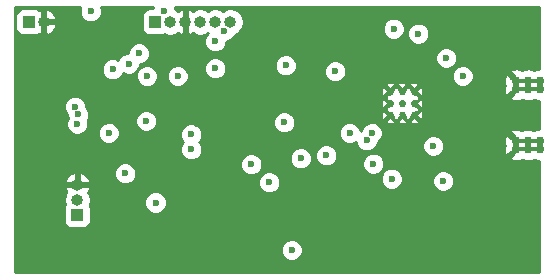
<source format=gbr>
G04 #@! TF.FileFunction,Copper,L2,Inr,Plane*
%FSLAX46Y46*%
G04 Gerber Fmt 4.6, Leading zero omitted, Abs format (unit mm)*
G04 Created by KiCad (PCBNEW 4.0.6) date Mon Mar 20 23:38:24 2017*
%MOMM*%
%LPD*%
G01*
G04 APERTURE LIST*
%ADD10C,0.100000*%
%ADD11C,0.762000*%
%ADD12C,0.300000*%
%ADD13R,1.000000X1.000000*%
%ADD14O,1.000000X1.000000*%
%ADD15C,0.600000*%
%ADD16C,0.305000*%
%ADD17C,0.304800*%
%ADD18C,0.254000*%
G04 APERTURE END LIST*
D10*
D11*
X11601000Y1448160D03*
X11601000Y2148160D03*
X10601000Y1448160D03*
X9601000Y1448160D03*
X9601000Y2148160D03*
X10601000Y2148160D03*
X11601000Y-2951840D03*
X10601000Y-2951840D03*
X9601000Y-2951840D03*
X9601000Y-3651840D03*
X10601000Y-3651840D03*
X11601000Y-3651840D03*
D12*
X-50800Y228600D03*
X949200Y228600D03*
X949200Y-771400D03*
X-50800Y-771400D03*
X-1050800Y-771400D03*
X-1050800Y1228600D03*
X-50800Y1228600D03*
X949200Y1228600D03*
X-1050800Y228600D03*
D13*
X-31648400Y7112000D03*
D14*
X-30378400Y7112000D03*
D13*
X-20955000Y7112000D03*
D14*
X-19685000Y7112000D03*
X-18415000Y7112000D03*
X-17145000Y7112000D03*
X-15875000Y7112000D03*
X-14605000Y7112000D03*
D13*
X-27559000Y-9220200D03*
D14*
X-27559000Y-7950200D03*
X-27559000Y-6680200D03*
D15*
X7239000Y-1778000D03*
X7239000Y381000D03*
X-25019000Y-13335000D03*
X-3149600Y4661000D03*
X-9017000Y2540000D03*
X8890000Y-11303000D03*
X-24297062Y1691062D03*
X-26416000Y6604000D03*
X-24003000Y-4572000D03*
X-10160000Y-5080000D03*
X-9144000Y-254000D03*
X-8001000Y-1397000D03*
X-2565400Y2768600D03*
X-28676600Y6273800D03*
X-5715000Y2921000D03*
X-26416000Y8001000D03*
X-10033000Y-1397000D03*
X-9906000Y3429000D03*
X-8636000Y-4445000D03*
X3683000Y4064000D03*
X5080000Y2540000D03*
X-23495000Y-5715000D03*
X-24892000Y-2286000D03*
X-22326600Y4445000D03*
X-9398000Y-12192000D03*
X-20928260Y-8178800D03*
X-762000Y6527800D03*
X3429000Y-6350000D03*
X-2489200Y-4902200D03*
X-939800Y-6172200D03*
X1320800Y6121400D03*
X2590800Y-3403600D03*
X-17907000Y-3683000D03*
X-17907000Y-2413000D03*
X-15875000Y3175000D03*
X-15875000Y5461000D03*
X-27752647Y-63567D03*
X-24561800Y3098800D03*
X-23190200Y3581400D03*
X-27482800Y-711200D03*
X-21717000Y-1270000D03*
X-27559000Y-1524000D03*
X-15113000Y6350000D03*
X-19050000Y2540000D03*
X-4495800Y-2286000D03*
X-2616200Y-2286000D03*
X-6477000Y-4191000D03*
X-3048000Y-2921000D03*
X-20193000Y8077200D03*
X-21640800Y2514600D03*
X-11303000Y-6477000D03*
X-12827000Y-4953000D03*
D16*
X7620000Y-2159000D02*
X8763000Y-2159000D01*
X7239000Y-1778000D02*
X7620000Y-2159000D01*
X8787840Y635000D02*
X8914840Y762000D01*
X7493000Y635000D02*
X8787840Y635000D01*
X7239000Y381000D02*
X7493000Y635000D01*
X-3175000Y4686400D02*
X-3175000Y4699000D01*
X-3149600Y4661000D02*
X-3175000Y4686400D01*
X-3048000Y4559400D02*
X-3048000Y4572000D01*
D17*
X11601000Y2148160D02*
X11601000Y1448160D01*
X10601000Y2148160D02*
X10601000Y1448160D01*
X10601000Y-2951840D02*
X10601000Y-3651840D01*
X11601000Y-3651840D02*
X11601000Y-2951840D01*
X10601000Y-3651840D02*
X11601000Y-3651840D01*
X9601000Y-3651840D02*
X10601000Y-3651840D01*
X10601000Y-2951840D02*
X11601000Y-2951840D01*
X9601000Y-2951840D02*
X10601000Y-2951840D01*
X9601000Y-2951840D02*
X8935160Y-2286000D01*
X8935160Y-2286000D02*
X8890000Y-2286000D01*
X9601000Y-3651840D02*
X9061840Y-4191000D01*
X9061840Y-4191000D02*
X8890000Y-4191000D01*
X9601000Y-2951840D02*
X9601000Y-3651840D01*
X9271000Y-2667000D02*
X9555840Y-2951840D01*
X9555840Y-2951840D02*
X9601000Y-2951840D01*
X10601000Y1448160D02*
X11601000Y1448160D01*
X9601000Y1448160D02*
X10601000Y1448160D01*
X9601000Y1448160D02*
X8914840Y762000D01*
X8914840Y762000D02*
X8890000Y762000D01*
X9601000Y2148160D02*
X9601000Y1448160D01*
X9601000Y2148160D02*
X8955160Y2794000D01*
X8955160Y2794000D02*
X8890000Y2794000D01*
X10601000Y2148160D02*
X11601000Y2148160D01*
X9601000Y2148160D02*
X10601000Y2148160D01*
D18*
G36*
X-27350838Y8187799D02*
X-27351162Y7815833D01*
X-27209117Y7472057D01*
X-26946327Y7208808D01*
X-26602799Y7066162D01*
X-26230833Y7065838D01*
X-25887057Y7207883D01*
X-25623808Y7470673D01*
X-25481162Y7814201D01*
X-25480838Y8186167D01*
X-25541095Y8332000D01*
X-21099601Y8332000D01*
X-21127838Y8263999D01*
X-21127842Y8259440D01*
X-21455000Y8259440D01*
X-21690317Y8215162D01*
X-21906441Y8076090D01*
X-22051431Y7863890D01*
X-22102440Y7612000D01*
X-22102440Y6612000D01*
X-22058162Y6376683D01*
X-21919090Y6160559D01*
X-21706890Y6015569D01*
X-21455000Y5964560D01*
X-20455000Y5964560D01*
X-20219683Y6008838D01*
X-20143927Y6057586D01*
X-20119346Y6041161D01*
X-19685000Y5954764D01*
X-19250654Y6041161D01*
X-19040696Y6181451D01*
X-18975209Y6124873D01*
X-18716874Y6017881D01*
X-18542000Y6144046D01*
X-18542000Y6985000D01*
X-18562000Y6985000D01*
X-18562000Y7029436D01*
X-18550000Y7089764D01*
X-18550000Y7134236D01*
X-18562000Y7194564D01*
X-18562000Y7239000D01*
X-18542000Y7239000D01*
X-18542000Y8079954D01*
X-18288000Y8079954D01*
X-18288000Y7239000D01*
X-18268000Y7239000D01*
X-18268000Y7194564D01*
X-18280000Y7134236D01*
X-18280000Y7089764D01*
X-18268000Y7029436D01*
X-18268000Y6985000D01*
X-18288000Y6985000D01*
X-18288000Y6144046D01*
X-18113126Y6017881D01*
X-17854791Y6124873D01*
X-17789304Y6181451D01*
X-17579346Y6041161D01*
X-17145000Y5954764D01*
X-16710654Y6041161D01*
X-16510000Y6175234D01*
X-16493804Y6164412D01*
X-16667192Y5991327D01*
X-16809838Y5647799D01*
X-16810162Y5275833D01*
X-16668117Y4932057D01*
X-16405327Y4668808D01*
X-16061799Y4526162D01*
X-15689833Y4525838D01*
X-15346057Y4667883D01*
X-15082808Y4930673D01*
X-14940162Y5274201D01*
X-14940039Y5414849D01*
X-14927833Y5414838D01*
X-14584057Y5556883D01*
X-14320808Y5819673D01*
X-14234076Y6028546D01*
X-14170654Y6041161D01*
X-13802434Y6287198D01*
X-13765394Y6342633D01*
X-1697162Y6342633D01*
X-1555117Y5998857D01*
X-1292327Y5735608D01*
X-948799Y5592962D01*
X-576833Y5592638D01*
X-233057Y5734683D01*
X-31155Y5936233D01*
X385638Y5936233D01*
X527683Y5592457D01*
X790473Y5329208D01*
X1134001Y5186562D01*
X1505967Y5186238D01*
X1849743Y5328283D01*
X2112992Y5591073D01*
X2255638Y5934601D01*
X2255962Y6306567D01*
X2113917Y6650343D01*
X1851127Y6913592D01*
X1507599Y7056238D01*
X1135633Y7056562D01*
X791857Y6914517D01*
X528608Y6651727D01*
X385962Y6308199D01*
X385638Y5936233D01*
X-31155Y5936233D01*
X30192Y5997473D01*
X172838Y6341001D01*
X173162Y6712967D01*
X31117Y7056743D01*
X-231673Y7319992D01*
X-575201Y7462638D01*
X-947167Y7462962D01*
X-1290943Y7320917D01*
X-1554192Y7058127D01*
X-1696838Y6714599D01*
X-1697162Y6342633D01*
X-13765394Y6342633D01*
X-13556397Y6655418D01*
X-13470000Y7089764D01*
X-13470000Y7134236D01*
X-13556397Y7568582D01*
X-13802434Y7936802D01*
X-14170654Y8182839D01*
X-14605000Y8269236D01*
X-15039346Y8182839D01*
X-15240000Y8048766D01*
X-15440654Y8182839D01*
X-15875000Y8269236D01*
X-16309346Y8182839D01*
X-16510000Y8048766D01*
X-16710654Y8182839D01*
X-17145000Y8269236D01*
X-17579346Y8182839D01*
X-17789304Y8042549D01*
X-17854791Y8099127D01*
X-18113126Y8206119D01*
X-18288000Y8079954D01*
X-18542000Y8079954D01*
X-18716874Y8206119D01*
X-18975209Y8099127D01*
X-19040696Y8042549D01*
X-19250654Y8182839D01*
X-19257906Y8184282D01*
X-19257838Y8262367D01*
X-19286610Y8332000D01*
X11507000Y8332000D01*
X11507000Y3159844D01*
X11314735Y3143725D01*
X11100799Y3055111D01*
X10717512Y3177492D01*
X10314735Y3143725D01*
X10100799Y3055111D01*
X9717512Y3177492D01*
X9314735Y3143725D01*
X9099448Y3054551D01*
X9077096Y2851669D01*
X9471867Y2456898D01*
X9314735Y2443725D01*
X9181159Y2388396D01*
X8897491Y2672064D01*
X8694609Y2649712D01*
X8571668Y2264672D01*
X8605435Y1861895D01*
X8639958Y1778549D01*
X8571668Y1564672D01*
X8605435Y1161895D01*
X8694609Y946608D01*
X8897491Y924256D01*
X9187037Y1213802D01*
X9459312Y1126867D01*
X9077096Y744651D01*
X9099448Y541769D01*
X9484488Y418828D01*
X9887265Y452595D01*
X10101201Y541209D01*
X10484488Y418828D01*
X10887265Y452595D01*
X11101201Y541209D01*
X11484488Y418828D01*
X11507000Y420715D01*
X11507000Y-1940156D01*
X11314735Y-1956275D01*
X11100799Y-2044889D01*
X10717512Y-1922508D01*
X10314735Y-1956275D01*
X10100799Y-2044889D01*
X9717512Y-1922508D01*
X9314735Y-1956275D01*
X9099448Y-2045449D01*
X9077096Y-2248331D01*
X9471867Y-2643102D01*
X9314735Y-2656275D01*
X9181159Y-2711604D01*
X8897491Y-2427936D01*
X8694609Y-2450288D01*
X8571668Y-2835328D01*
X8605435Y-3238105D01*
X8639958Y-3321451D01*
X8571668Y-3535328D01*
X8605435Y-3938105D01*
X8694609Y-4153392D01*
X8897491Y-4175744D01*
X9187037Y-3886198D01*
X9459312Y-3973133D01*
X9077096Y-4355349D01*
X9099448Y-4558231D01*
X9484488Y-4681172D01*
X9887265Y-4647405D01*
X10101201Y-4558791D01*
X10484488Y-4681172D01*
X10887265Y-4647405D01*
X11101201Y-4558791D01*
X11484488Y-4681172D01*
X11507000Y-4679285D01*
X11507000Y-14047000D01*
X-32843000Y-14047000D01*
X-32843000Y-12377167D01*
X-10333162Y-12377167D01*
X-10191117Y-12720943D01*
X-9928327Y-12984192D01*
X-9584799Y-13126838D01*
X-9212833Y-13127162D01*
X-8869057Y-12985117D01*
X-8605808Y-12722327D01*
X-8463162Y-12378799D01*
X-8462838Y-12006833D01*
X-8604883Y-11663057D01*
X-8867673Y-11399808D01*
X-9211201Y-11257162D01*
X-9583167Y-11256838D01*
X-9926943Y-11398883D01*
X-10190192Y-11661673D01*
X-10332838Y-12005201D01*
X-10333162Y-12377167D01*
X-32843000Y-12377167D01*
X-32843000Y-7950200D01*
X-28716236Y-7950200D01*
X-28629839Y-8384546D01*
X-28614195Y-8407959D01*
X-28655431Y-8468310D01*
X-28706440Y-8720200D01*
X-28706440Y-9720200D01*
X-28662162Y-9955517D01*
X-28523090Y-10171641D01*
X-28310890Y-10316631D01*
X-28059000Y-10367640D01*
X-27059000Y-10367640D01*
X-26823683Y-10323362D01*
X-26607559Y-10184290D01*
X-26462569Y-9972090D01*
X-26411560Y-9720200D01*
X-26411560Y-8720200D01*
X-26455838Y-8484883D01*
X-26504586Y-8409127D01*
X-26488161Y-8384546D01*
X-26484068Y-8363967D01*
X-21863422Y-8363967D01*
X-21721377Y-8707743D01*
X-21458587Y-8970992D01*
X-21115059Y-9113638D01*
X-20743093Y-9113962D01*
X-20399317Y-8971917D01*
X-20136068Y-8709127D01*
X-19993422Y-8365599D01*
X-19993098Y-7993633D01*
X-20135143Y-7649857D01*
X-20397933Y-7386608D01*
X-20741461Y-7243962D01*
X-21113427Y-7243638D01*
X-21457203Y-7385683D01*
X-21720452Y-7648473D01*
X-21863098Y-7992001D01*
X-21863422Y-8363967D01*
X-26484068Y-8363967D01*
X-26401764Y-7950200D01*
X-26488161Y-7515854D01*
X-26628451Y-7305896D01*
X-26571873Y-7240409D01*
X-26464881Y-6982074D01*
X-26591046Y-6807200D01*
X-27432000Y-6807200D01*
X-27432000Y-6827200D01*
X-27476436Y-6827200D01*
X-27536764Y-6815200D01*
X-27581236Y-6815200D01*
X-27641564Y-6827200D01*
X-27686000Y-6827200D01*
X-27686000Y-6807200D01*
X-28526954Y-6807200D01*
X-28653119Y-6982074D01*
X-28546127Y-7240409D01*
X-28489549Y-7305896D01*
X-28629839Y-7515854D01*
X-28716236Y-7950200D01*
X-32843000Y-7950200D01*
X-32843000Y-6662167D01*
X-12238162Y-6662167D01*
X-12096117Y-7005943D01*
X-11833327Y-7269192D01*
X-11489799Y-7411838D01*
X-11117833Y-7412162D01*
X-10774057Y-7270117D01*
X-10510808Y-7007327D01*
X-10368162Y-6663799D01*
X-10367896Y-6357367D01*
X-1874962Y-6357367D01*
X-1732917Y-6701143D01*
X-1470127Y-6964392D01*
X-1126599Y-7107038D01*
X-754633Y-7107362D01*
X-410857Y-6965317D01*
X-147608Y-6702527D01*
X-78114Y-6535167D01*
X2493838Y-6535167D01*
X2635883Y-6878943D01*
X2898673Y-7142192D01*
X3242201Y-7284838D01*
X3614167Y-7285162D01*
X3957943Y-7143117D01*
X4221192Y-6880327D01*
X4363838Y-6536799D01*
X4364162Y-6164833D01*
X4222117Y-5821057D01*
X3959327Y-5557808D01*
X3615799Y-5415162D01*
X3243833Y-5414838D01*
X2900057Y-5556883D01*
X2636808Y-5819673D01*
X2494162Y-6163201D01*
X2493838Y-6535167D01*
X-78114Y-6535167D01*
X-4962Y-6358999D01*
X-4638Y-5987033D01*
X-146683Y-5643257D01*
X-409473Y-5380008D01*
X-753001Y-5237362D01*
X-1124967Y-5237038D01*
X-1468743Y-5379083D01*
X-1731992Y-5641873D01*
X-1874638Y-5985401D01*
X-1874962Y-6357367D01*
X-10367896Y-6357367D01*
X-10367838Y-6291833D01*
X-10509883Y-5948057D01*
X-10772673Y-5684808D01*
X-11116201Y-5542162D01*
X-11488167Y-5541838D01*
X-11831943Y-5683883D01*
X-12095192Y-5946673D01*
X-12237838Y-6290201D01*
X-12238162Y-6662167D01*
X-32843000Y-6662167D01*
X-32843000Y-6378326D01*
X-28653119Y-6378326D01*
X-28526954Y-6553200D01*
X-27686000Y-6553200D01*
X-27686000Y-5711065D01*
X-27432000Y-5711065D01*
X-27432000Y-6553200D01*
X-26591046Y-6553200D01*
X-26464881Y-6378326D01*
X-26571873Y-6119991D01*
X-26761790Y-5900167D01*
X-24430162Y-5900167D01*
X-24288117Y-6243943D01*
X-24025327Y-6507192D01*
X-23681799Y-6649838D01*
X-23309833Y-6650162D01*
X-22966057Y-6508117D01*
X-22702808Y-6245327D01*
X-22560162Y-5901799D01*
X-22559838Y-5529833D01*
X-22701883Y-5186057D01*
X-22749689Y-5138167D01*
X-13762162Y-5138167D01*
X-13620117Y-5481943D01*
X-13357327Y-5745192D01*
X-13013799Y-5887838D01*
X-12641833Y-5888162D01*
X-12298057Y-5746117D01*
X-12034808Y-5483327D01*
X-11892162Y-5139799D01*
X-11891838Y-4767833D01*
X-11948720Y-4630167D01*
X-9571162Y-4630167D01*
X-9429117Y-4973943D01*
X-9166327Y-5237192D01*
X-8822799Y-5379838D01*
X-8450833Y-5380162D01*
X-8107057Y-5238117D01*
X-7843808Y-4975327D01*
X-7701162Y-4631799D01*
X-7700940Y-4376167D01*
X-7412162Y-4376167D01*
X-7270117Y-4719943D01*
X-7007327Y-4983192D01*
X-6663799Y-5125838D01*
X-6291833Y-5126162D01*
X-6197942Y-5087367D01*
X-3424362Y-5087367D01*
X-3282317Y-5431143D01*
X-3019527Y-5694392D01*
X-2675999Y-5837038D01*
X-2304033Y-5837362D01*
X-1960257Y-5695317D01*
X-1697008Y-5432527D01*
X-1554362Y-5088999D01*
X-1554038Y-4717033D01*
X-1696083Y-4373257D01*
X-1958873Y-4110008D01*
X-2302401Y-3967362D01*
X-2674367Y-3967038D01*
X-3018143Y-4109083D01*
X-3281392Y-4371873D01*
X-3424038Y-4715401D01*
X-3424362Y-5087367D01*
X-6197942Y-5087367D01*
X-5948057Y-4984117D01*
X-5684808Y-4721327D01*
X-5542162Y-4377799D01*
X-5541838Y-4005833D01*
X-5683883Y-3662057D01*
X-5946673Y-3398808D01*
X-6290201Y-3256162D01*
X-6662167Y-3255838D01*
X-7005943Y-3397883D01*
X-7269192Y-3660673D01*
X-7411838Y-4004201D01*
X-7412162Y-4376167D01*
X-7700940Y-4376167D01*
X-7700838Y-4259833D01*
X-7842883Y-3916057D01*
X-8105673Y-3652808D01*
X-8449201Y-3510162D01*
X-8821167Y-3509838D01*
X-9164943Y-3651883D01*
X-9428192Y-3914673D01*
X-9570838Y-4258201D01*
X-9571162Y-4630167D01*
X-11948720Y-4630167D01*
X-12033883Y-4424057D01*
X-12296673Y-4160808D01*
X-12640201Y-4018162D01*
X-13012167Y-4017838D01*
X-13355943Y-4159883D01*
X-13619192Y-4422673D01*
X-13761838Y-4766201D01*
X-13762162Y-5138167D01*
X-22749689Y-5138167D01*
X-22964673Y-4922808D01*
X-23308201Y-4780162D01*
X-23680167Y-4779838D01*
X-24023943Y-4921883D01*
X-24287192Y-5184673D01*
X-24429838Y-5528201D01*
X-24430162Y-5900167D01*
X-26761790Y-5900167D01*
X-26861396Y-5784877D01*
X-27257123Y-5586068D01*
X-27432000Y-5711065D01*
X-27686000Y-5711065D01*
X-27860877Y-5586068D01*
X-28256604Y-5784877D01*
X-28546127Y-6119991D01*
X-28653119Y-6378326D01*
X-32843000Y-6378326D01*
X-32843000Y-2471167D01*
X-25827162Y-2471167D01*
X-25685117Y-2814943D01*
X-25422327Y-3078192D01*
X-25078799Y-3220838D01*
X-24706833Y-3221162D01*
X-24363057Y-3079117D01*
X-24099808Y-2816327D01*
X-24009220Y-2598167D01*
X-18842162Y-2598167D01*
X-18700117Y-2941943D01*
X-18594290Y-3047954D01*
X-18699192Y-3152673D01*
X-18841838Y-3496201D01*
X-18842162Y-3868167D01*
X-18700117Y-4211943D01*
X-18437327Y-4475192D01*
X-18093799Y-4617838D01*
X-17721833Y-4618162D01*
X-17378057Y-4476117D01*
X-17114808Y-4213327D01*
X-16972162Y-3869799D01*
X-16971838Y-3497833D01*
X-17113883Y-3154057D01*
X-17219710Y-3048046D01*
X-17114808Y-2943327D01*
X-16972162Y-2599799D01*
X-16972050Y-2471167D01*
X-5430962Y-2471167D01*
X-5288917Y-2814943D01*
X-5026127Y-3078192D01*
X-4682599Y-3220838D01*
X-4310633Y-3221162D01*
X-3983144Y-3085847D01*
X-3983162Y-3106167D01*
X-3841117Y-3449943D01*
X-3578327Y-3713192D01*
X-3234799Y-3855838D01*
X-2862833Y-3856162D01*
X-2519057Y-3714117D01*
X-2393489Y-3588767D01*
X1655638Y-3588767D01*
X1797683Y-3932543D01*
X2060473Y-4195792D01*
X2404001Y-4338438D01*
X2775967Y-4338762D01*
X3119743Y-4196717D01*
X3382992Y-3933927D01*
X3525638Y-3590399D01*
X3525962Y-3218433D01*
X3383917Y-2874657D01*
X3121127Y-2611408D01*
X2777599Y-2468762D01*
X2405633Y-2468438D01*
X2061857Y-2610483D01*
X1798608Y-2873273D01*
X1655962Y-3216801D01*
X1655638Y-3588767D01*
X-2393489Y-3588767D01*
X-2255808Y-3451327D01*
X-2113162Y-3107799D01*
X-2113146Y-3089814D01*
X-2087257Y-3079117D01*
X-1824008Y-2816327D01*
X-1681362Y-2472799D01*
X-1681038Y-2100833D01*
X-1823083Y-1757057D01*
X-2085873Y-1493808D01*
X-2166918Y-1460155D01*
X-1458504Y-1460155D01*
X-1163895Y-1563749D01*
X-852067Y-1546714D01*
X-643096Y-1460155D01*
X-458504Y-1460155D01*
X-163895Y-1563749D01*
X147933Y-1546714D01*
X356904Y-1460155D01*
X541496Y-1460155D01*
X836105Y-1563749D01*
X1147933Y-1546714D01*
X1356904Y-1460155D01*
X1346757Y-1275023D01*
X949200Y-877466D01*
X551643Y-1275023D01*
X541496Y-1460155D01*
X356904Y-1460155D01*
X346757Y-1275023D01*
X-50800Y-877466D01*
X-448357Y-1275023D01*
X-458504Y-1460155D01*
X-643096Y-1460155D01*
X-653243Y-1275023D01*
X-1050800Y-877466D01*
X-1448357Y-1275023D01*
X-1458504Y-1460155D01*
X-2166918Y-1460155D01*
X-2429401Y-1351162D01*
X-2801367Y-1350838D01*
X-3145143Y-1492883D01*
X-3408392Y-1755673D01*
X-3551038Y-2099201D01*
X-3551054Y-2117186D01*
X-3560656Y-2121153D01*
X-3560638Y-2100833D01*
X-3702683Y-1757057D01*
X-3965473Y-1493808D01*
X-4309001Y-1351162D01*
X-4680967Y-1350838D01*
X-5024743Y-1492883D01*
X-5287992Y-1755673D01*
X-5430638Y-2099201D01*
X-5430962Y-2471167D01*
X-16972050Y-2471167D01*
X-16971838Y-2227833D01*
X-17113883Y-1884057D01*
X-17376673Y-1620808D01*
X-17469730Y-1582167D01*
X-10968162Y-1582167D01*
X-10826117Y-1925943D01*
X-10563327Y-2189192D01*
X-10219799Y-2331838D01*
X-9847833Y-2332162D01*
X-9504057Y-2190117D01*
X-9240808Y-1927327D01*
X-9098162Y-1583799D01*
X-9097838Y-1211833D01*
X-9239883Y-868057D01*
X-9449269Y-658305D01*
X-1843149Y-658305D01*
X-1826114Y-970133D01*
X-1739555Y-1179104D01*
X-1554423Y-1168957D01*
X-1156866Y-771400D01*
X-1554423Y-373843D01*
X-1739555Y-363696D01*
X-1843149Y-658305D01*
X-9449269Y-658305D01*
X-9502673Y-604808D01*
X-9846201Y-462162D01*
X-10218167Y-461838D01*
X-10561943Y-603883D01*
X-10825192Y-866673D01*
X-10967838Y-1210201D01*
X-10968162Y-1582167D01*
X-17469730Y-1582167D01*
X-17720201Y-1478162D01*
X-18092167Y-1477838D01*
X-18435943Y-1619883D01*
X-18699192Y-1882673D01*
X-18841838Y-2226201D01*
X-18842162Y-2598167D01*
X-24009220Y-2598167D01*
X-23957162Y-2472799D01*
X-23956838Y-2100833D01*
X-24098883Y-1757057D01*
X-24361673Y-1493808D01*
X-24454730Y-1455167D01*
X-22652162Y-1455167D01*
X-22510117Y-1798943D01*
X-22247327Y-2062192D01*
X-21903799Y-2204838D01*
X-21531833Y-2205162D01*
X-21188057Y-2063117D01*
X-20924808Y-1800327D01*
X-20782162Y-1456799D01*
X-20781838Y-1084833D01*
X-20923883Y-741057D01*
X-21186673Y-477808D01*
X-21530201Y-335162D01*
X-21902167Y-334838D01*
X-22245943Y-476883D01*
X-22509192Y-739673D01*
X-22651838Y-1083201D01*
X-22652162Y-1455167D01*
X-24454730Y-1455167D01*
X-24705201Y-1351162D01*
X-25077167Y-1350838D01*
X-25420943Y-1492883D01*
X-25684192Y-1755673D01*
X-25826838Y-2099201D01*
X-25827162Y-2471167D01*
X-32843000Y-2471167D01*
X-32843000Y-248734D01*
X-28687809Y-248734D01*
X-28545764Y-592510D01*
X-28417809Y-720689D01*
X-28417962Y-896367D01*
X-28364507Y-1025739D01*
X-28493838Y-1337201D01*
X-28494162Y-1709167D01*
X-28352117Y-2052943D01*
X-28089327Y-2316192D01*
X-27745799Y-2458838D01*
X-27373833Y-2459162D01*
X-27030057Y-2317117D01*
X-26766808Y-2054327D01*
X-26624162Y-1710799D01*
X-26623838Y-1338833D01*
X-26677293Y-1209461D01*
X-26547962Y-897999D01*
X-26547638Y-526033D01*
X-26689683Y-182257D01*
X-26817638Y-54078D01*
X-26817485Y121600D01*
X-26908426Y341695D01*
X-1843149Y341695D01*
X-1826114Y29867D01*
X-1739555Y-179104D01*
X-1554423Y-168957D01*
X-1156866Y228600D01*
X-1554423Y626157D01*
X-1739555Y636304D01*
X-1843149Y341695D01*
X-26908426Y341695D01*
X-26959530Y465376D01*
X-27222320Y728625D01*
X-27565848Y871271D01*
X-27937814Y871595D01*
X-28281590Y729550D01*
X-28544839Y466760D01*
X-28687485Y123232D01*
X-28687809Y-248734D01*
X-32843000Y-248734D01*
X-32843000Y1341695D01*
X-1843149Y1341695D01*
X-1826114Y1029867D01*
X-1739555Y820896D01*
X-1554423Y831043D01*
X-1468111Y917355D01*
X-1458504Y917355D01*
X-1448357Y732223D01*
X-1444734Y728600D01*
X-1448357Y724977D01*
X-1458504Y539845D01*
X-1163895Y436251D01*
X-1152981Y436847D01*
X-1050800Y334666D01*
X-999888Y385578D01*
X-893822Y279512D01*
X-944734Y228600D01*
X-893822Y177688D01*
X-999888Y71622D01*
X-1050800Y122534D01*
X-1164791Y8543D01*
X-1249533Y3914D01*
X-1458504Y-82645D01*
X-1448357Y-267777D01*
X-1444734Y-271400D01*
X-1448357Y-275023D01*
X-1458504Y-460155D01*
X-1163895Y-563749D01*
X-1152981Y-563153D01*
X-1050800Y-665334D01*
X-999888Y-614422D01*
X-893822Y-720488D01*
X-944734Y-771400D01*
X-830743Y-885391D01*
X-826114Y-970133D01*
X-739555Y-1179104D01*
X-554423Y-1168957D01*
X-550800Y-1165334D01*
X-547177Y-1168957D01*
X-362045Y-1179104D01*
X-258451Y-884495D01*
X-259047Y-873581D01*
X-156866Y-771400D01*
X-207778Y-720488D01*
X-101712Y-614422D01*
X-50800Y-665334D01*
X112Y-614422D01*
X106178Y-720488D01*
X55266Y-771400D01*
X169257Y-885391D01*
X173886Y-970133D01*
X260445Y-1179104D01*
X445577Y-1168957D01*
X449200Y-1165334D01*
X452823Y-1168957D01*
X637955Y-1179104D01*
X741549Y-884495D01*
X740953Y-873581D01*
X843134Y-771400D01*
X1055266Y-771400D01*
X1452823Y-1168957D01*
X1637955Y-1179104D01*
X1741549Y-884495D01*
X1724514Y-572667D01*
X1637955Y-363696D01*
X1452823Y-373843D01*
X1055266Y-771400D01*
X843134Y-771400D01*
X792222Y-720488D01*
X898288Y-614422D01*
X949200Y-665334D01*
X1063191Y-551343D01*
X1147933Y-546714D01*
X1356904Y-460155D01*
X1346757Y-275023D01*
X1343134Y-271400D01*
X1346757Y-267777D01*
X1356904Y-82645D01*
X1062295Y20949D01*
X1051381Y20353D01*
X949200Y122534D01*
X898288Y71622D01*
X792222Y177688D01*
X843134Y228600D01*
X1055266Y228600D01*
X1452823Y-168957D01*
X1637955Y-179104D01*
X1741549Y115505D01*
X1724514Y427333D01*
X1637955Y636304D01*
X1452823Y626157D01*
X1055266Y228600D01*
X843134Y228600D01*
X792222Y279512D01*
X898288Y385578D01*
X949200Y334666D01*
X1063191Y448657D01*
X1147933Y453286D01*
X1356904Y539845D01*
X1346757Y724977D01*
X1343134Y728600D01*
X1346757Y732223D01*
X1356904Y917355D01*
X1062295Y1020949D01*
X1051381Y1020353D01*
X949200Y1122534D01*
X898288Y1071622D01*
X792222Y1177688D01*
X843134Y1228600D01*
X1055266Y1228600D01*
X1452823Y831043D01*
X1637955Y820896D01*
X1741549Y1115505D01*
X1724514Y1427333D01*
X1637955Y1636304D01*
X1452823Y1626157D01*
X1055266Y1228600D01*
X843134Y1228600D01*
X729143Y1342591D01*
X724514Y1427333D01*
X637955Y1636304D01*
X452823Y1626157D01*
X449200Y1622534D01*
X445577Y1626157D01*
X260445Y1636304D01*
X156851Y1341695D01*
X157447Y1330781D01*
X55266Y1228600D01*
X106178Y1177688D01*
X112Y1071622D01*
X-50800Y1122534D01*
X-101712Y1071622D01*
X-207778Y1177688D01*
X-156866Y1228600D01*
X-270857Y1342591D01*
X-275486Y1427333D01*
X-362045Y1636304D01*
X-547177Y1626157D01*
X-550800Y1622534D01*
X-554423Y1626157D01*
X-739555Y1636304D01*
X-843149Y1341695D01*
X-842553Y1330781D01*
X-944734Y1228600D01*
X-893822Y1177688D01*
X-999888Y1071622D01*
X-1050800Y1122534D01*
X-1164791Y1008543D01*
X-1249533Y1003914D01*
X-1458504Y917355D01*
X-1468111Y917355D01*
X-1156866Y1228600D01*
X-1554423Y1626157D01*
X-1739555Y1636304D01*
X-1843149Y1341695D01*
X-32843000Y1341695D01*
X-32843000Y2913633D01*
X-25496962Y2913633D01*
X-25354917Y2569857D01*
X-25092127Y2306608D01*
X-24748599Y2163962D01*
X-24376633Y2163638D01*
X-24032857Y2305683D01*
X-23769608Y2568473D01*
X-23684212Y2774129D01*
X-23376999Y2646562D01*
X-23005033Y2646238D01*
X-22661257Y2788283D01*
X-22453401Y2995776D01*
X-22575638Y2701399D01*
X-22575962Y2329433D01*
X-22433917Y1985657D01*
X-22171127Y1722408D01*
X-21827599Y1579762D01*
X-21455633Y1579438D01*
X-21111857Y1721483D01*
X-20848608Y1984273D01*
X-20705962Y2327801D01*
X-20705939Y2354833D01*
X-19985162Y2354833D01*
X-19843117Y2011057D01*
X-19580327Y1747808D01*
X-19236799Y1605162D01*
X-18864833Y1604838D01*
X-18521057Y1746883D01*
X-18350288Y1917355D01*
X-1458504Y1917355D01*
X-1448357Y1732223D01*
X-1050800Y1334666D01*
X-653243Y1732223D01*
X-643096Y1917355D01*
X-458504Y1917355D01*
X-448357Y1732223D01*
X-50800Y1334666D01*
X346757Y1732223D01*
X356904Y1917355D01*
X541496Y1917355D01*
X551643Y1732223D01*
X949200Y1334666D01*
X1346757Y1732223D01*
X1356904Y1917355D01*
X1062295Y2020949D01*
X750467Y2003914D01*
X541496Y1917355D01*
X356904Y1917355D01*
X62295Y2020949D01*
X-249533Y2003914D01*
X-458504Y1917355D01*
X-643096Y1917355D01*
X-937705Y2020949D01*
X-1249533Y2003914D01*
X-1458504Y1917355D01*
X-18350288Y1917355D01*
X-18257808Y2009673D01*
X-18115162Y2353201D01*
X-18114838Y2725167D01*
X-18224195Y2989833D01*
X-16810162Y2989833D01*
X-16668117Y2646057D01*
X-16405327Y2382808D01*
X-16061799Y2240162D01*
X-15689833Y2239838D01*
X-15346057Y2381883D01*
X-15082808Y2644673D01*
X-14940162Y2988201D01*
X-14939940Y3243833D01*
X-10841162Y3243833D01*
X-10699117Y2900057D01*
X-10436327Y2636808D01*
X-10092799Y2494162D01*
X-9720833Y2493838D01*
X-9377057Y2635883D01*
X-9276933Y2735833D01*
X-6650162Y2735833D01*
X-6508117Y2392057D01*
X-6245327Y2128808D01*
X-5901799Y1986162D01*
X-5529833Y1985838D01*
X-5186057Y2127883D01*
X-4958711Y2354833D01*
X4144838Y2354833D01*
X4286883Y2011057D01*
X4549673Y1747808D01*
X4893201Y1605162D01*
X5265167Y1604838D01*
X5608943Y1746883D01*
X5872192Y2009673D01*
X6014838Y2353201D01*
X6015162Y2725167D01*
X5873117Y3068943D01*
X5610327Y3332192D01*
X5266799Y3474838D01*
X4894833Y3475162D01*
X4551057Y3333117D01*
X4287808Y3070327D01*
X4145162Y2726799D01*
X4144838Y2354833D01*
X-4958711Y2354833D01*
X-4922808Y2390673D01*
X-4780162Y2734201D01*
X-4779838Y3106167D01*
X-4921883Y3449943D01*
X-5184673Y3713192D01*
X-5528201Y3855838D01*
X-5900167Y3856162D01*
X-6243943Y3714117D01*
X-6507192Y3451327D01*
X-6649838Y3107799D01*
X-6650162Y2735833D01*
X-9276933Y2735833D01*
X-9113808Y2898673D01*
X-8971162Y3242201D01*
X-8970838Y3614167D01*
X-9080195Y3878833D01*
X2747838Y3878833D01*
X2889883Y3535057D01*
X3152673Y3271808D01*
X3496201Y3129162D01*
X3868167Y3128838D01*
X4211943Y3270883D01*
X4475192Y3533673D01*
X4617838Y3877201D01*
X4618162Y4249167D01*
X4476117Y4592943D01*
X4213327Y4856192D01*
X3869799Y4998838D01*
X3497833Y4999162D01*
X3154057Y4857117D01*
X2890808Y4594327D01*
X2748162Y4250799D01*
X2747838Y3878833D01*
X-9080195Y3878833D01*
X-9112883Y3957943D01*
X-9375673Y4221192D01*
X-9719201Y4363838D01*
X-10091167Y4364162D01*
X-10434943Y4222117D01*
X-10698192Y3959327D01*
X-10840838Y3615799D01*
X-10841162Y3243833D01*
X-14939940Y3243833D01*
X-14939838Y3360167D01*
X-15081883Y3703943D01*
X-15344673Y3967192D01*
X-15688201Y4109838D01*
X-16060167Y4110162D01*
X-16403943Y3968117D01*
X-16667192Y3705327D01*
X-16809838Y3361799D01*
X-16810162Y2989833D01*
X-18224195Y2989833D01*
X-18256883Y3068943D01*
X-18519673Y3332192D01*
X-18863201Y3474838D01*
X-19235167Y3475162D01*
X-19578943Y3333117D01*
X-19842192Y3070327D01*
X-19984838Y2726799D01*
X-19985162Y2354833D01*
X-20705939Y2354833D01*
X-20705638Y2699767D01*
X-20847683Y3043543D01*
X-21110473Y3306792D01*
X-21454001Y3449438D01*
X-21825967Y3449762D01*
X-22169743Y3307717D01*
X-22377599Y3100224D01*
X-22255362Y3394601D01*
X-22255262Y3509937D01*
X-22141433Y3509838D01*
X-21797657Y3651883D01*
X-21534408Y3914673D01*
X-21391762Y4258201D01*
X-21391438Y4630167D01*
X-21533483Y4973943D01*
X-21796273Y5237192D01*
X-22139801Y5379838D01*
X-22511767Y5380162D01*
X-22855543Y5238117D01*
X-23118792Y4975327D01*
X-23261438Y4631799D01*
X-23261538Y4516463D01*
X-23375367Y4516562D01*
X-23719143Y4374517D01*
X-23982392Y4111727D01*
X-24067788Y3906071D01*
X-24375001Y4033638D01*
X-24746967Y4033962D01*
X-25090743Y3891917D01*
X-25353992Y3629127D01*
X-25496638Y3285599D01*
X-25496962Y2913633D01*
X-32843000Y2913633D01*
X-32843000Y7612000D01*
X-32795840Y7612000D01*
X-32795840Y6612000D01*
X-32751562Y6376683D01*
X-32612490Y6160559D01*
X-32400290Y6015569D01*
X-32148400Y5964560D01*
X-31148400Y5964560D01*
X-30913083Y6008838D01*
X-30813368Y6073003D01*
X-30680274Y6017881D01*
X-30505400Y6144046D01*
X-30505400Y6590075D01*
X-30500960Y6612000D01*
X-30500960Y6985000D01*
X-30251400Y6985000D01*
X-30251400Y6144046D01*
X-30076526Y6017881D01*
X-29818191Y6124873D01*
X-29483077Y6414396D01*
X-29284268Y6810123D01*
X-29409265Y6985000D01*
X-30251400Y6985000D01*
X-30500960Y6985000D01*
X-30500960Y7612000D01*
X-30505400Y7635597D01*
X-30505400Y8079954D01*
X-30251400Y8079954D01*
X-30251400Y7239000D01*
X-29409265Y7239000D01*
X-29284268Y7413877D01*
X-29483077Y7809604D01*
X-29818191Y8099127D01*
X-30076526Y8206119D01*
X-30251400Y8079954D01*
X-30505400Y8079954D01*
X-30680274Y8206119D01*
X-30812798Y8151233D01*
X-30896510Y8208431D01*
X-31148400Y8259440D01*
X-32148400Y8259440D01*
X-32383717Y8215162D01*
X-32599841Y8076090D01*
X-32744831Y7863890D01*
X-32795840Y7612000D01*
X-32843000Y7612000D01*
X-32843000Y8332000D01*
X-27290960Y8332000D01*
X-27350838Y8187799D01*
X-27350838Y8187799D01*
G37*
X-27350838Y8187799D02*
X-27351162Y7815833D01*
X-27209117Y7472057D01*
X-26946327Y7208808D01*
X-26602799Y7066162D01*
X-26230833Y7065838D01*
X-25887057Y7207883D01*
X-25623808Y7470673D01*
X-25481162Y7814201D01*
X-25480838Y8186167D01*
X-25541095Y8332000D01*
X-21099601Y8332000D01*
X-21127838Y8263999D01*
X-21127842Y8259440D01*
X-21455000Y8259440D01*
X-21690317Y8215162D01*
X-21906441Y8076090D01*
X-22051431Y7863890D01*
X-22102440Y7612000D01*
X-22102440Y6612000D01*
X-22058162Y6376683D01*
X-21919090Y6160559D01*
X-21706890Y6015569D01*
X-21455000Y5964560D01*
X-20455000Y5964560D01*
X-20219683Y6008838D01*
X-20143927Y6057586D01*
X-20119346Y6041161D01*
X-19685000Y5954764D01*
X-19250654Y6041161D01*
X-19040696Y6181451D01*
X-18975209Y6124873D01*
X-18716874Y6017881D01*
X-18542000Y6144046D01*
X-18542000Y6985000D01*
X-18562000Y6985000D01*
X-18562000Y7029436D01*
X-18550000Y7089764D01*
X-18550000Y7134236D01*
X-18562000Y7194564D01*
X-18562000Y7239000D01*
X-18542000Y7239000D01*
X-18542000Y8079954D01*
X-18288000Y8079954D01*
X-18288000Y7239000D01*
X-18268000Y7239000D01*
X-18268000Y7194564D01*
X-18280000Y7134236D01*
X-18280000Y7089764D01*
X-18268000Y7029436D01*
X-18268000Y6985000D01*
X-18288000Y6985000D01*
X-18288000Y6144046D01*
X-18113126Y6017881D01*
X-17854791Y6124873D01*
X-17789304Y6181451D01*
X-17579346Y6041161D01*
X-17145000Y5954764D01*
X-16710654Y6041161D01*
X-16510000Y6175234D01*
X-16493804Y6164412D01*
X-16667192Y5991327D01*
X-16809838Y5647799D01*
X-16810162Y5275833D01*
X-16668117Y4932057D01*
X-16405327Y4668808D01*
X-16061799Y4526162D01*
X-15689833Y4525838D01*
X-15346057Y4667883D01*
X-15082808Y4930673D01*
X-14940162Y5274201D01*
X-14940039Y5414849D01*
X-14927833Y5414838D01*
X-14584057Y5556883D01*
X-14320808Y5819673D01*
X-14234076Y6028546D01*
X-14170654Y6041161D01*
X-13802434Y6287198D01*
X-13765394Y6342633D01*
X-1697162Y6342633D01*
X-1555117Y5998857D01*
X-1292327Y5735608D01*
X-948799Y5592962D01*
X-576833Y5592638D01*
X-233057Y5734683D01*
X-31155Y5936233D01*
X385638Y5936233D01*
X527683Y5592457D01*
X790473Y5329208D01*
X1134001Y5186562D01*
X1505967Y5186238D01*
X1849743Y5328283D01*
X2112992Y5591073D01*
X2255638Y5934601D01*
X2255962Y6306567D01*
X2113917Y6650343D01*
X1851127Y6913592D01*
X1507599Y7056238D01*
X1135633Y7056562D01*
X791857Y6914517D01*
X528608Y6651727D01*
X385962Y6308199D01*
X385638Y5936233D01*
X-31155Y5936233D01*
X30192Y5997473D01*
X172838Y6341001D01*
X173162Y6712967D01*
X31117Y7056743D01*
X-231673Y7319992D01*
X-575201Y7462638D01*
X-947167Y7462962D01*
X-1290943Y7320917D01*
X-1554192Y7058127D01*
X-1696838Y6714599D01*
X-1697162Y6342633D01*
X-13765394Y6342633D01*
X-13556397Y6655418D01*
X-13470000Y7089764D01*
X-13470000Y7134236D01*
X-13556397Y7568582D01*
X-13802434Y7936802D01*
X-14170654Y8182839D01*
X-14605000Y8269236D01*
X-15039346Y8182839D01*
X-15240000Y8048766D01*
X-15440654Y8182839D01*
X-15875000Y8269236D01*
X-16309346Y8182839D01*
X-16510000Y8048766D01*
X-16710654Y8182839D01*
X-17145000Y8269236D01*
X-17579346Y8182839D01*
X-17789304Y8042549D01*
X-17854791Y8099127D01*
X-18113126Y8206119D01*
X-18288000Y8079954D01*
X-18542000Y8079954D01*
X-18716874Y8206119D01*
X-18975209Y8099127D01*
X-19040696Y8042549D01*
X-19250654Y8182839D01*
X-19257906Y8184282D01*
X-19257838Y8262367D01*
X-19286610Y8332000D01*
X11507000Y8332000D01*
X11507000Y3159844D01*
X11314735Y3143725D01*
X11100799Y3055111D01*
X10717512Y3177492D01*
X10314735Y3143725D01*
X10100799Y3055111D01*
X9717512Y3177492D01*
X9314735Y3143725D01*
X9099448Y3054551D01*
X9077096Y2851669D01*
X9471867Y2456898D01*
X9314735Y2443725D01*
X9181159Y2388396D01*
X8897491Y2672064D01*
X8694609Y2649712D01*
X8571668Y2264672D01*
X8605435Y1861895D01*
X8639958Y1778549D01*
X8571668Y1564672D01*
X8605435Y1161895D01*
X8694609Y946608D01*
X8897491Y924256D01*
X9187037Y1213802D01*
X9459312Y1126867D01*
X9077096Y744651D01*
X9099448Y541769D01*
X9484488Y418828D01*
X9887265Y452595D01*
X10101201Y541209D01*
X10484488Y418828D01*
X10887265Y452595D01*
X11101201Y541209D01*
X11484488Y418828D01*
X11507000Y420715D01*
X11507000Y-1940156D01*
X11314735Y-1956275D01*
X11100799Y-2044889D01*
X10717512Y-1922508D01*
X10314735Y-1956275D01*
X10100799Y-2044889D01*
X9717512Y-1922508D01*
X9314735Y-1956275D01*
X9099448Y-2045449D01*
X9077096Y-2248331D01*
X9471867Y-2643102D01*
X9314735Y-2656275D01*
X9181159Y-2711604D01*
X8897491Y-2427936D01*
X8694609Y-2450288D01*
X8571668Y-2835328D01*
X8605435Y-3238105D01*
X8639958Y-3321451D01*
X8571668Y-3535328D01*
X8605435Y-3938105D01*
X8694609Y-4153392D01*
X8897491Y-4175744D01*
X9187037Y-3886198D01*
X9459312Y-3973133D01*
X9077096Y-4355349D01*
X9099448Y-4558231D01*
X9484488Y-4681172D01*
X9887265Y-4647405D01*
X10101201Y-4558791D01*
X10484488Y-4681172D01*
X10887265Y-4647405D01*
X11101201Y-4558791D01*
X11484488Y-4681172D01*
X11507000Y-4679285D01*
X11507000Y-14047000D01*
X-32843000Y-14047000D01*
X-32843000Y-12377167D01*
X-10333162Y-12377167D01*
X-10191117Y-12720943D01*
X-9928327Y-12984192D01*
X-9584799Y-13126838D01*
X-9212833Y-13127162D01*
X-8869057Y-12985117D01*
X-8605808Y-12722327D01*
X-8463162Y-12378799D01*
X-8462838Y-12006833D01*
X-8604883Y-11663057D01*
X-8867673Y-11399808D01*
X-9211201Y-11257162D01*
X-9583167Y-11256838D01*
X-9926943Y-11398883D01*
X-10190192Y-11661673D01*
X-10332838Y-12005201D01*
X-10333162Y-12377167D01*
X-32843000Y-12377167D01*
X-32843000Y-7950200D01*
X-28716236Y-7950200D01*
X-28629839Y-8384546D01*
X-28614195Y-8407959D01*
X-28655431Y-8468310D01*
X-28706440Y-8720200D01*
X-28706440Y-9720200D01*
X-28662162Y-9955517D01*
X-28523090Y-10171641D01*
X-28310890Y-10316631D01*
X-28059000Y-10367640D01*
X-27059000Y-10367640D01*
X-26823683Y-10323362D01*
X-26607559Y-10184290D01*
X-26462569Y-9972090D01*
X-26411560Y-9720200D01*
X-26411560Y-8720200D01*
X-26455838Y-8484883D01*
X-26504586Y-8409127D01*
X-26488161Y-8384546D01*
X-26484068Y-8363967D01*
X-21863422Y-8363967D01*
X-21721377Y-8707743D01*
X-21458587Y-8970992D01*
X-21115059Y-9113638D01*
X-20743093Y-9113962D01*
X-20399317Y-8971917D01*
X-20136068Y-8709127D01*
X-19993422Y-8365599D01*
X-19993098Y-7993633D01*
X-20135143Y-7649857D01*
X-20397933Y-7386608D01*
X-20741461Y-7243962D01*
X-21113427Y-7243638D01*
X-21457203Y-7385683D01*
X-21720452Y-7648473D01*
X-21863098Y-7992001D01*
X-21863422Y-8363967D01*
X-26484068Y-8363967D01*
X-26401764Y-7950200D01*
X-26488161Y-7515854D01*
X-26628451Y-7305896D01*
X-26571873Y-7240409D01*
X-26464881Y-6982074D01*
X-26591046Y-6807200D01*
X-27432000Y-6807200D01*
X-27432000Y-6827200D01*
X-27476436Y-6827200D01*
X-27536764Y-6815200D01*
X-27581236Y-6815200D01*
X-27641564Y-6827200D01*
X-27686000Y-6827200D01*
X-27686000Y-6807200D01*
X-28526954Y-6807200D01*
X-28653119Y-6982074D01*
X-28546127Y-7240409D01*
X-28489549Y-7305896D01*
X-28629839Y-7515854D01*
X-28716236Y-7950200D01*
X-32843000Y-7950200D01*
X-32843000Y-6662167D01*
X-12238162Y-6662167D01*
X-12096117Y-7005943D01*
X-11833327Y-7269192D01*
X-11489799Y-7411838D01*
X-11117833Y-7412162D01*
X-10774057Y-7270117D01*
X-10510808Y-7007327D01*
X-10368162Y-6663799D01*
X-10367896Y-6357367D01*
X-1874962Y-6357367D01*
X-1732917Y-6701143D01*
X-1470127Y-6964392D01*
X-1126599Y-7107038D01*
X-754633Y-7107362D01*
X-410857Y-6965317D01*
X-147608Y-6702527D01*
X-78114Y-6535167D01*
X2493838Y-6535167D01*
X2635883Y-6878943D01*
X2898673Y-7142192D01*
X3242201Y-7284838D01*
X3614167Y-7285162D01*
X3957943Y-7143117D01*
X4221192Y-6880327D01*
X4363838Y-6536799D01*
X4364162Y-6164833D01*
X4222117Y-5821057D01*
X3959327Y-5557808D01*
X3615799Y-5415162D01*
X3243833Y-5414838D01*
X2900057Y-5556883D01*
X2636808Y-5819673D01*
X2494162Y-6163201D01*
X2493838Y-6535167D01*
X-78114Y-6535167D01*
X-4962Y-6358999D01*
X-4638Y-5987033D01*
X-146683Y-5643257D01*
X-409473Y-5380008D01*
X-753001Y-5237362D01*
X-1124967Y-5237038D01*
X-1468743Y-5379083D01*
X-1731992Y-5641873D01*
X-1874638Y-5985401D01*
X-1874962Y-6357367D01*
X-10367896Y-6357367D01*
X-10367838Y-6291833D01*
X-10509883Y-5948057D01*
X-10772673Y-5684808D01*
X-11116201Y-5542162D01*
X-11488167Y-5541838D01*
X-11831943Y-5683883D01*
X-12095192Y-5946673D01*
X-12237838Y-6290201D01*
X-12238162Y-6662167D01*
X-32843000Y-6662167D01*
X-32843000Y-6378326D01*
X-28653119Y-6378326D01*
X-28526954Y-6553200D01*
X-27686000Y-6553200D01*
X-27686000Y-5711065D01*
X-27432000Y-5711065D01*
X-27432000Y-6553200D01*
X-26591046Y-6553200D01*
X-26464881Y-6378326D01*
X-26571873Y-6119991D01*
X-26761790Y-5900167D01*
X-24430162Y-5900167D01*
X-24288117Y-6243943D01*
X-24025327Y-6507192D01*
X-23681799Y-6649838D01*
X-23309833Y-6650162D01*
X-22966057Y-6508117D01*
X-22702808Y-6245327D01*
X-22560162Y-5901799D01*
X-22559838Y-5529833D01*
X-22701883Y-5186057D01*
X-22749689Y-5138167D01*
X-13762162Y-5138167D01*
X-13620117Y-5481943D01*
X-13357327Y-5745192D01*
X-13013799Y-5887838D01*
X-12641833Y-5888162D01*
X-12298057Y-5746117D01*
X-12034808Y-5483327D01*
X-11892162Y-5139799D01*
X-11891838Y-4767833D01*
X-11948720Y-4630167D01*
X-9571162Y-4630167D01*
X-9429117Y-4973943D01*
X-9166327Y-5237192D01*
X-8822799Y-5379838D01*
X-8450833Y-5380162D01*
X-8107057Y-5238117D01*
X-7843808Y-4975327D01*
X-7701162Y-4631799D01*
X-7700940Y-4376167D01*
X-7412162Y-4376167D01*
X-7270117Y-4719943D01*
X-7007327Y-4983192D01*
X-6663799Y-5125838D01*
X-6291833Y-5126162D01*
X-6197942Y-5087367D01*
X-3424362Y-5087367D01*
X-3282317Y-5431143D01*
X-3019527Y-5694392D01*
X-2675999Y-5837038D01*
X-2304033Y-5837362D01*
X-1960257Y-5695317D01*
X-1697008Y-5432527D01*
X-1554362Y-5088999D01*
X-1554038Y-4717033D01*
X-1696083Y-4373257D01*
X-1958873Y-4110008D01*
X-2302401Y-3967362D01*
X-2674367Y-3967038D01*
X-3018143Y-4109083D01*
X-3281392Y-4371873D01*
X-3424038Y-4715401D01*
X-3424362Y-5087367D01*
X-6197942Y-5087367D01*
X-5948057Y-4984117D01*
X-5684808Y-4721327D01*
X-5542162Y-4377799D01*
X-5541838Y-4005833D01*
X-5683883Y-3662057D01*
X-5946673Y-3398808D01*
X-6290201Y-3256162D01*
X-6662167Y-3255838D01*
X-7005943Y-3397883D01*
X-7269192Y-3660673D01*
X-7411838Y-4004201D01*
X-7412162Y-4376167D01*
X-7700940Y-4376167D01*
X-7700838Y-4259833D01*
X-7842883Y-3916057D01*
X-8105673Y-3652808D01*
X-8449201Y-3510162D01*
X-8821167Y-3509838D01*
X-9164943Y-3651883D01*
X-9428192Y-3914673D01*
X-9570838Y-4258201D01*
X-9571162Y-4630167D01*
X-11948720Y-4630167D01*
X-12033883Y-4424057D01*
X-12296673Y-4160808D01*
X-12640201Y-4018162D01*
X-13012167Y-4017838D01*
X-13355943Y-4159883D01*
X-13619192Y-4422673D01*
X-13761838Y-4766201D01*
X-13762162Y-5138167D01*
X-22749689Y-5138167D01*
X-22964673Y-4922808D01*
X-23308201Y-4780162D01*
X-23680167Y-4779838D01*
X-24023943Y-4921883D01*
X-24287192Y-5184673D01*
X-24429838Y-5528201D01*
X-24430162Y-5900167D01*
X-26761790Y-5900167D01*
X-26861396Y-5784877D01*
X-27257123Y-5586068D01*
X-27432000Y-5711065D01*
X-27686000Y-5711065D01*
X-27860877Y-5586068D01*
X-28256604Y-5784877D01*
X-28546127Y-6119991D01*
X-28653119Y-6378326D01*
X-32843000Y-6378326D01*
X-32843000Y-2471167D01*
X-25827162Y-2471167D01*
X-25685117Y-2814943D01*
X-25422327Y-3078192D01*
X-25078799Y-3220838D01*
X-24706833Y-3221162D01*
X-24363057Y-3079117D01*
X-24099808Y-2816327D01*
X-24009220Y-2598167D01*
X-18842162Y-2598167D01*
X-18700117Y-2941943D01*
X-18594290Y-3047954D01*
X-18699192Y-3152673D01*
X-18841838Y-3496201D01*
X-18842162Y-3868167D01*
X-18700117Y-4211943D01*
X-18437327Y-4475192D01*
X-18093799Y-4617838D01*
X-17721833Y-4618162D01*
X-17378057Y-4476117D01*
X-17114808Y-4213327D01*
X-16972162Y-3869799D01*
X-16971838Y-3497833D01*
X-17113883Y-3154057D01*
X-17219710Y-3048046D01*
X-17114808Y-2943327D01*
X-16972162Y-2599799D01*
X-16972050Y-2471167D01*
X-5430962Y-2471167D01*
X-5288917Y-2814943D01*
X-5026127Y-3078192D01*
X-4682599Y-3220838D01*
X-4310633Y-3221162D01*
X-3983144Y-3085847D01*
X-3983162Y-3106167D01*
X-3841117Y-3449943D01*
X-3578327Y-3713192D01*
X-3234799Y-3855838D01*
X-2862833Y-3856162D01*
X-2519057Y-3714117D01*
X-2393489Y-3588767D01*
X1655638Y-3588767D01*
X1797683Y-3932543D01*
X2060473Y-4195792D01*
X2404001Y-4338438D01*
X2775967Y-4338762D01*
X3119743Y-4196717D01*
X3382992Y-3933927D01*
X3525638Y-3590399D01*
X3525962Y-3218433D01*
X3383917Y-2874657D01*
X3121127Y-2611408D01*
X2777599Y-2468762D01*
X2405633Y-2468438D01*
X2061857Y-2610483D01*
X1798608Y-2873273D01*
X1655962Y-3216801D01*
X1655638Y-3588767D01*
X-2393489Y-3588767D01*
X-2255808Y-3451327D01*
X-2113162Y-3107799D01*
X-2113146Y-3089814D01*
X-2087257Y-3079117D01*
X-1824008Y-2816327D01*
X-1681362Y-2472799D01*
X-1681038Y-2100833D01*
X-1823083Y-1757057D01*
X-2085873Y-1493808D01*
X-2166918Y-1460155D01*
X-1458504Y-1460155D01*
X-1163895Y-1563749D01*
X-852067Y-1546714D01*
X-643096Y-1460155D01*
X-458504Y-1460155D01*
X-163895Y-1563749D01*
X147933Y-1546714D01*
X356904Y-1460155D01*
X541496Y-1460155D01*
X836105Y-1563749D01*
X1147933Y-1546714D01*
X1356904Y-1460155D01*
X1346757Y-1275023D01*
X949200Y-877466D01*
X551643Y-1275023D01*
X541496Y-1460155D01*
X356904Y-1460155D01*
X346757Y-1275023D01*
X-50800Y-877466D01*
X-448357Y-1275023D01*
X-458504Y-1460155D01*
X-643096Y-1460155D01*
X-653243Y-1275023D01*
X-1050800Y-877466D01*
X-1448357Y-1275023D01*
X-1458504Y-1460155D01*
X-2166918Y-1460155D01*
X-2429401Y-1351162D01*
X-2801367Y-1350838D01*
X-3145143Y-1492883D01*
X-3408392Y-1755673D01*
X-3551038Y-2099201D01*
X-3551054Y-2117186D01*
X-3560656Y-2121153D01*
X-3560638Y-2100833D01*
X-3702683Y-1757057D01*
X-3965473Y-1493808D01*
X-4309001Y-1351162D01*
X-4680967Y-1350838D01*
X-5024743Y-1492883D01*
X-5287992Y-1755673D01*
X-5430638Y-2099201D01*
X-5430962Y-2471167D01*
X-16972050Y-2471167D01*
X-16971838Y-2227833D01*
X-17113883Y-1884057D01*
X-17376673Y-1620808D01*
X-17469730Y-1582167D01*
X-10968162Y-1582167D01*
X-10826117Y-1925943D01*
X-10563327Y-2189192D01*
X-10219799Y-2331838D01*
X-9847833Y-2332162D01*
X-9504057Y-2190117D01*
X-9240808Y-1927327D01*
X-9098162Y-1583799D01*
X-9097838Y-1211833D01*
X-9239883Y-868057D01*
X-9449269Y-658305D01*
X-1843149Y-658305D01*
X-1826114Y-970133D01*
X-1739555Y-1179104D01*
X-1554423Y-1168957D01*
X-1156866Y-771400D01*
X-1554423Y-373843D01*
X-1739555Y-363696D01*
X-1843149Y-658305D01*
X-9449269Y-658305D01*
X-9502673Y-604808D01*
X-9846201Y-462162D01*
X-10218167Y-461838D01*
X-10561943Y-603883D01*
X-10825192Y-866673D01*
X-10967838Y-1210201D01*
X-10968162Y-1582167D01*
X-17469730Y-1582167D01*
X-17720201Y-1478162D01*
X-18092167Y-1477838D01*
X-18435943Y-1619883D01*
X-18699192Y-1882673D01*
X-18841838Y-2226201D01*
X-18842162Y-2598167D01*
X-24009220Y-2598167D01*
X-23957162Y-2472799D01*
X-23956838Y-2100833D01*
X-24098883Y-1757057D01*
X-24361673Y-1493808D01*
X-24454730Y-1455167D01*
X-22652162Y-1455167D01*
X-22510117Y-1798943D01*
X-22247327Y-2062192D01*
X-21903799Y-2204838D01*
X-21531833Y-2205162D01*
X-21188057Y-2063117D01*
X-20924808Y-1800327D01*
X-20782162Y-1456799D01*
X-20781838Y-1084833D01*
X-20923883Y-741057D01*
X-21186673Y-477808D01*
X-21530201Y-335162D01*
X-21902167Y-334838D01*
X-22245943Y-476883D01*
X-22509192Y-739673D01*
X-22651838Y-1083201D01*
X-22652162Y-1455167D01*
X-24454730Y-1455167D01*
X-24705201Y-1351162D01*
X-25077167Y-1350838D01*
X-25420943Y-1492883D01*
X-25684192Y-1755673D01*
X-25826838Y-2099201D01*
X-25827162Y-2471167D01*
X-32843000Y-2471167D01*
X-32843000Y-248734D01*
X-28687809Y-248734D01*
X-28545764Y-592510D01*
X-28417809Y-720689D01*
X-28417962Y-896367D01*
X-28364507Y-1025739D01*
X-28493838Y-1337201D01*
X-28494162Y-1709167D01*
X-28352117Y-2052943D01*
X-28089327Y-2316192D01*
X-27745799Y-2458838D01*
X-27373833Y-2459162D01*
X-27030057Y-2317117D01*
X-26766808Y-2054327D01*
X-26624162Y-1710799D01*
X-26623838Y-1338833D01*
X-26677293Y-1209461D01*
X-26547962Y-897999D01*
X-26547638Y-526033D01*
X-26689683Y-182257D01*
X-26817638Y-54078D01*
X-26817485Y121600D01*
X-26908426Y341695D01*
X-1843149Y341695D01*
X-1826114Y29867D01*
X-1739555Y-179104D01*
X-1554423Y-168957D01*
X-1156866Y228600D01*
X-1554423Y626157D01*
X-1739555Y636304D01*
X-1843149Y341695D01*
X-26908426Y341695D01*
X-26959530Y465376D01*
X-27222320Y728625D01*
X-27565848Y871271D01*
X-27937814Y871595D01*
X-28281590Y729550D01*
X-28544839Y466760D01*
X-28687485Y123232D01*
X-28687809Y-248734D01*
X-32843000Y-248734D01*
X-32843000Y1341695D01*
X-1843149Y1341695D01*
X-1826114Y1029867D01*
X-1739555Y820896D01*
X-1554423Y831043D01*
X-1468111Y917355D01*
X-1458504Y917355D01*
X-1448357Y732223D01*
X-1444734Y728600D01*
X-1448357Y724977D01*
X-1458504Y539845D01*
X-1163895Y436251D01*
X-1152981Y436847D01*
X-1050800Y334666D01*
X-999888Y385578D01*
X-893822Y279512D01*
X-944734Y228600D01*
X-893822Y177688D01*
X-999888Y71622D01*
X-1050800Y122534D01*
X-1164791Y8543D01*
X-1249533Y3914D01*
X-1458504Y-82645D01*
X-1448357Y-267777D01*
X-1444734Y-271400D01*
X-1448357Y-275023D01*
X-1458504Y-460155D01*
X-1163895Y-563749D01*
X-1152981Y-563153D01*
X-1050800Y-665334D01*
X-999888Y-614422D01*
X-893822Y-720488D01*
X-944734Y-771400D01*
X-830743Y-885391D01*
X-826114Y-970133D01*
X-739555Y-1179104D01*
X-554423Y-1168957D01*
X-550800Y-1165334D01*
X-547177Y-1168957D01*
X-362045Y-1179104D01*
X-258451Y-884495D01*
X-259047Y-873581D01*
X-156866Y-771400D01*
X-207778Y-720488D01*
X-101712Y-614422D01*
X-50800Y-665334D01*
X112Y-614422D01*
X106178Y-720488D01*
X55266Y-771400D01*
X169257Y-885391D01*
X173886Y-970133D01*
X260445Y-1179104D01*
X445577Y-1168957D01*
X449200Y-1165334D01*
X452823Y-1168957D01*
X637955Y-1179104D01*
X741549Y-884495D01*
X740953Y-873581D01*
X843134Y-771400D01*
X1055266Y-771400D01*
X1452823Y-1168957D01*
X1637955Y-1179104D01*
X1741549Y-884495D01*
X1724514Y-572667D01*
X1637955Y-363696D01*
X1452823Y-373843D01*
X1055266Y-771400D01*
X843134Y-771400D01*
X792222Y-720488D01*
X898288Y-614422D01*
X949200Y-665334D01*
X1063191Y-551343D01*
X1147933Y-546714D01*
X1356904Y-460155D01*
X1346757Y-275023D01*
X1343134Y-271400D01*
X1346757Y-267777D01*
X1356904Y-82645D01*
X1062295Y20949D01*
X1051381Y20353D01*
X949200Y122534D01*
X898288Y71622D01*
X792222Y177688D01*
X843134Y228600D01*
X1055266Y228600D01*
X1452823Y-168957D01*
X1637955Y-179104D01*
X1741549Y115505D01*
X1724514Y427333D01*
X1637955Y636304D01*
X1452823Y626157D01*
X1055266Y228600D01*
X843134Y228600D01*
X792222Y279512D01*
X898288Y385578D01*
X949200Y334666D01*
X1063191Y448657D01*
X1147933Y453286D01*
X1356904Y539845D01*
X1346757Y724977D01*
X1343134Y728600D01*
X1346757Y732223D01*
X1356904Y917355D01*
X1062295Y1020949D01*
X1051381Y1020353D01*
X949200Y1122534D01*
X898288Y1071622D01*
X792222Y1177688D01*
X843134Y1228600D01*
X1055266Y1228600D01*
X1452823Y831043D01*
X1637955Y820896D01*
X1741549Y1115505D01*
X1724514Y1427333D01*
X1637955Y1636304D01*
X1452823Y1626157D01*
X1055266Y1228600D01*
X843134Y1228600D01*
X729143Y1342591D01*
X724514Y1427333D01*
X637955Y1636304D01*
X452823Y1626157D01*
X449200Y1622534D01*
X445577Y1626157D01*
X260445Y1636304D01*
X156851Y1341695D01*
X157447Y1330781D01*
X55266Y1228600D01*
X106178Y1177688D01*
X112Y1071622D01*
X-50800Y1122534D01*
X-101712Y1071622D01*
X-207778Y1177688D01*
X-156866Y1228600D01*
X-270857Y1342591D01*
X-275486Y1427333D01*
X-362045Y1636304D01*
X-547177Y1626157D01*
X-550800Y1622534D01*
X-554423Y1626157D01*
X-739555Y1636304D01*
X-843149Y1341695D01*
X-842553Y1330781D01*
X-944734Y1228600D01*
X-893822Y1177688D01*
X-999888Y1071622D01*
X-1050800Y1122534D01*
X-1164791Y1008543D01*
X-1249533Y1003914D01*
X-1458504Y917355D01*
X-1468111Y917355D01*
X-1156866Y1228600D01*
X-1554423Y1626157D01*
X-1739555Y1636304D01*
X-1843149Y1341695D01*
X-32843000Y1341695D01*
X-32843000Y2913633D01*
X-25496962Y2913633D01*
X-25354917Y2569857D01*
X-25092127Y2306608D01*
X-24748599Y2163962D01*
X-24376633Y2163638D01*
X-24032857Y2305683D01*
X-23769608Y2568473D01*
X-23684212Y2774129D01*
X-23376999Y2646562D01*
X-23005033Y2646238D01*
X-22661257Y2788283D01*
X-22453401Y2995776D01*
X-22575638Y2701399D01*
X-22575962Y2329433D01*
X-22433917Y1985657D01*
X-22171127Y1722408D01*
X-21827599Y1579762D01*
X-21455633Y1579438D01*
X-21111857Y1721483D01*
X-20848608Y1984273D01*
X-20705962Y2327801D01*
X-20705939Y2354833D01*
X-19985162Y2354833D01*
X-19843117Y2011057D01*
X-19580327Y1747808D01*
X-19236799Y1605162D01*
X-18864833Y1604838D01*
X-18521057Y1746883D01*
X-18350288Y1917355D01*
X-1458504Y1917355D01*
X-1448357Y1732223D01*
X-1050800Y1334666D01*
X-653243Y1732223D01*
X-643096Y1917355D01*
X-458504Y1917355D01*
X-448357Y1732223D01*
X-50800Y1334666D01*
X346757Y1732223D01*
X356904Y1917355D01*
X541496Y1917355D01*
X551643Y1732223D01*
X949200Y1334666D01*
X1346757Y1732223D01*
X1356904Y1917355D01*
X1062295Y2020949D01*
X750467Y2003914D01*
X541496Y1917355D01*
X356904Y1917355D01*
X62295Y2020949D01*
X-249533Y2003914D01*
X-458504Y1917355D01*
X-643096Y1917355D01*
X-937705Y2020949D01*
X-1249533Y2003914D01*
X-1458504Y1917355D01*
X-18350288Y1917355D01*
X-18257808Y2009673D01*
X-18115162Y2353201D01*
X-18114838Y2725167D01*
X-18224195Y2989833D01*
X-16810162Y2989833D01*
X-16668117Y2646057D01*
X-16405327Y2382808D01*
X-16061799Y2240162D01*
X-15689833Y2239838D01*
X-15346057Y2381883D01*
X-15082808Y2644673D01*
X-14940162Y2988201D01*
X-14939940Y3243833D01*
X-10841162Y3243833D01*
X-10699117Y2900057D01*
X-10436327Y2636808D01*
X-10092799Y2494162D01*
X-9720833Y2493838D01*
X-9377057Y2635883D01*
X-9276933Y2735833D01*
X-6650162Y2735833D01*
X-6508117Y2392057D01*
X-6245327Y2128808D01*
X-5901799Y1986162D01*
X-5529833Y1985838D01*
X-5186057Y2127883D01*
X-4958711Y2354833D01*
X4144838Y2354833D01*
X4286883Y2011057D01*
X4549673Y1747808D01*
X4893201Y1605162D01*
X5265167Y1604838D01*
X5608943Y1746883D01*
X5872192Y2009673D01*
X6014838Y2353201D01*
X6015162Y2725167D01*
X5873117Y3068943D01*
X5610327Y3332192D01*
X5266799Y3474838D01*
X4894833Y3475162D01*
X4551057Y3333117D01*
X4287808Y3070327D01*
X4145162Y2726799D01*
X4144838Y2354833D01*
X-4958711Y2354833D01*
X-4922808Y2390673D01*
X-4780162Y2734201D01*
X-4779838Y3106167D01*
X-4921883Y3449943D01*
X-5184673Y3713192D01*
X-5528201Y3855838D01*
X-5900167Y3856162D01*
X-6243943Y3714117D01*
X-6507192Y3451327D01*
X-6649838Y3107799D01*
X-6650162Y2735833D01*
X-9276933Y2735833D01*
X-9113808Y2898673D01*
X-8971162Y3242201D01*
X-8970838Y3614167D01*
X-9080195Y3878833D01*
X2747838Y3878833D01*
X2889883Y3535057D01*
X3152673Y3271808D01*
X3496201Y3129162D01*
X3868167Y3128838D01*
X4211943Y3270883D01*
X4475192Y3533673D01*
X4617838Y3877201D01*
X4618162Y4249167D01*
X4476117Y4592943D01*
X4213327Y4856192D01*
X3869799Y4998838D01*
X3497833Y4999162D01*
X3154057Y4857117D01*
X2890808Y4594327D01*
X2748162Y4250799D01*
X2747838Y3878833D01*
X-9080195Y3878833D01*
X-9112883Y3957943D01*
X-9375673Y4221192D01*
X-9719201Y4363838D01*
X-10091167Y4364162D01*
X-10434943Y4222117D01*
X-10698192Y3959327D01*
X-10840838Y3615799D01*
X-10841162Y3243833D01*
X-14939940Y3243833D01*
X-14939838Y3360167D01*
X-15081883Y3703943D01*
X-15344673Y3967192D01*
X-15688201Y4109838D01*
X-16060167Y4110162D01*
X-16403943Y3968117D01*
X-16667192Y3705327D01*
X-16809838Y3361799D01*
X-16810162Y2989833D01*
X-18224195Y2989833D01*
X-18256883Y3068943D01*
X-18519673Y3332192D01*
X-18863201Y3474838D01*
X-19235167Y3475162D01*
X-19578943Y3333117D01*
X-19842192Y3070327D01*
X-19984838Y2726799D01*
X-19985162Y2354833D01*
X-20705939Y2354833D01*
X-20705638Y2699767D01*
X-20847683Y3043543D01*
X-21110473Y3306792D01*
X-21454001Y3449438D01*
X-21825967Y3449762D01*
X-22169743Y3307717D01*
X-22377599Y3100224D01*
X-22255362Y3394601D01*
X-22255262Y3509937D01*
X-22141433Y3509838D01*
X-21797657Y3651883D01*
X-21534408Y3914673D01*
X-21391762Y4258201D01*
X-21391438Y4630167D01*
X-21533483Y4973943D01*
X-21796273Y5237192D01*
X-22139801Y5379838D01*
X-22511767Y5380162D01*
X-22855543Y5238117D01*
X-23118792Y4975327D01*
X-23261438Y4631799D01*
X-23261538Y4516463D01*
X-23375367Y4516562D01*
X-23719143Y4374517D01*
X-23982392Y4111727D01*
X-24067788Y3906071D01*
X-24375001Y4033638D01*
X-24746967Y4033962D01*
X-25090743Y3891917D01*
X-25353992Y3629127D01*
X-25496638Y3285599D01*
X-25496962Y2913633D01*
X-32843000Y2913633D01*
X-32843000Y7612000D01*
X-32795840Y7612000D01*
X-32795840Y6612000D01*
X-32751562Y6376683D01*
X-32612490Y6160559D01*
X-32400290Y6015569D01*
X-32148400Y5964560D01*
X-31148400Y5964560D01*
X-30913083Y6008838D01*
X-30813368Y6073003D01*
X-30680274Y6017881D01*
X-30505400Y6144046D01*
X-30505400Y6590075D01*
X-30500960Y6612000D01*
X-30500960Y6985000D01*
X-30251400Y6985000D01*
X-30251400Y6144046D01*
X-30076526Y6017881D01*
X-29818191Y6124873D01*
X-29483077Y6414396D01*
X-29284268Y6810123D01*
X-29409265Y6985000D01*
X-30251400Y6985000D01*
X-30500960Y6985000D01*
X-30500960Y7612000D01*
X-30505400Y7635597D01*
X-30505400Y8079954D01*
X-30251400Y8079954D01*
X-30251400Y7239000D01*
X-29409265Y7239000D01*
X-29284268Y7413877D01*
X-29483077Y7809604D01*
X-29818191Y8099127D01*
X-30076526Y8206119D01*
X-30251400Y8079954D01*
X-30505400Y8079954D01*
X-30680274Y8206119D01*
X-30812798Y8151233D01*
X-30896510Y8208431D01*
X-31148400Y8259440D01*
X-32148400Y8259440D01*
X-32383717Y8215162D01*
X-32599841Y8076090D01*
X-32744831Y7863890D01*
X-32795840Y7612000D01*
X-32843000Y7612000D01*
X-32843000Y8332000D01*
X-27290960Y8332000D01*
X-27350838Y8187799D01*
G36*
X106178Y279512D02*
X55266Y228600D01*
X106178Y177688D01*
X112Y71622D01*
X-50800Y122534D01*
X-101712Y71622D01*
X-207778Y177688D01*
X-156866Y228600D01*
X-207778Y279512D01*
X-101712Y385578D01*
X-50800Y334666D01*
X112Y385578D01*
X106178Y279512D01*
X106178Y279512D01*
G37*
X106178Y279512D02*
X55266Y228600D01*
X106178Y177688D01*
X112Y71622D01*
X-50800Y122534D01*
X-101712Y71622D01*
X-207778Y177688D01*
X-156866Y228600D01*
X-207778Y279512D01*
X-101712Y385578D01*
X-50800Y334666D01*
X112Y385578D01*
X106178Y279512D01*
M02*

</source>
